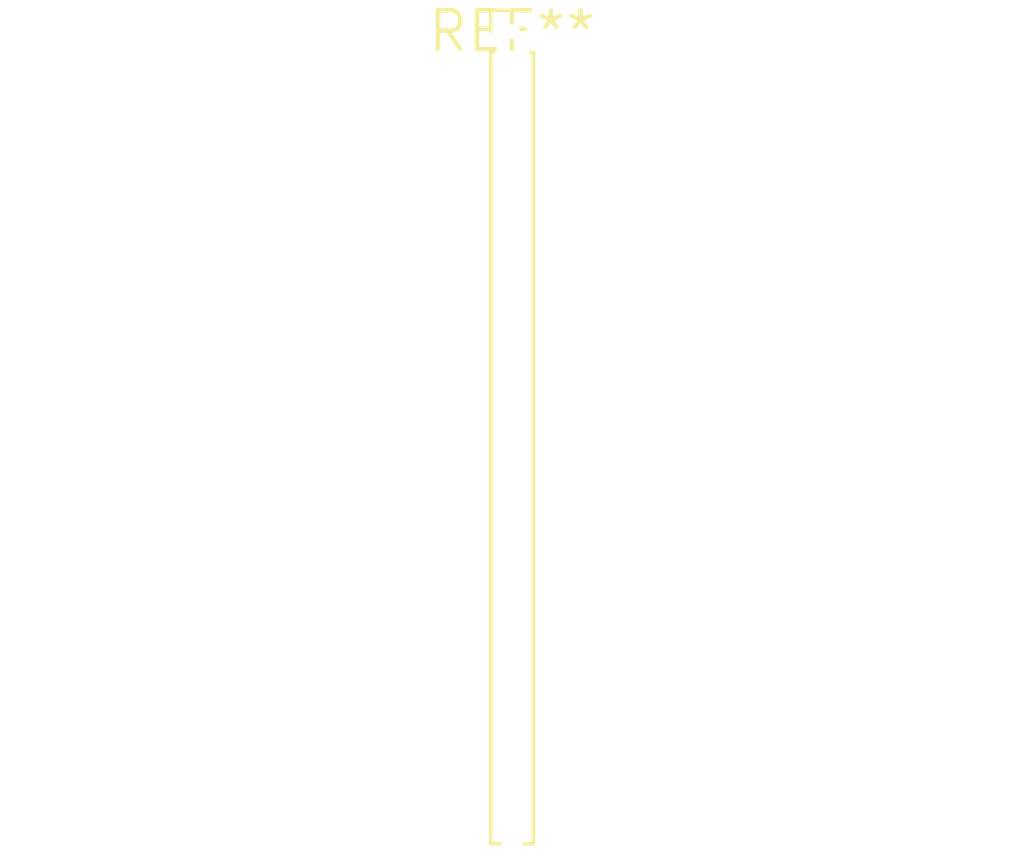
<source format=kicad_pcb>
(kicad_pcb (version 20240108) (generator pcbnew)
  (layers (0 "F.Cu" signal) (31 "B.Cu" signal) (34 "B.Paste" user) (35 "F.Paste" user) (36 "B.SilkS" user "B.Silkscreen") (37 "F.SilkS" user "F.Silkscreen") (38 "B.Mask" user) (39 "F.Mask" user) (44 "Edge.Cuts" user))
  (net 0 "")
  (footprint "PinHeader_1x27_P1.00mm_Vertical" (layer "F.Cu") (at 0 0)
    (property "Reference" "REF**")
    (property "Value" "PinHeader_1x27_P1.00mm_Vertical")
    (fp_line (start -0.695 -0.685) (end 0 -0.685) (layer "F.SilkS") (stroke (width 0.12)))
    (fp_line (start -0.695 0) (end -0.695 -0.685) (layer "F.SilkS") (stroke (width 0.12)))
    (fp_line (start -0.695 0.685) (end -0.695 26.56) (layer "F.SilkS") (stroke (width 0.12)))
    (fp_line (start -0.695 0.685) (end -0.608276 0.685) (layer "F.SilkS") (stroke (width 0.12)))
    (fp_line (start -0.695 26.56) (end -0.394493 26.56) (layer "F.SilkS") (stroke (width 0.12)))
    (fp_line (start 0.394493 26.56) (end 0.695 26.56) (layer "F.SilkS") (stroke (width 0.12)))
    (fp_line (start 0.608276 0.685) (end 0.695 0.685) (layer "F.SilkS") (stroke (width 0.12)))
    (fp_line (start 0.695 0.685) (end 0.695 26.56) (layer "F.SilkS") (stroke (width 0.12)))
    (pad "1" thru_hole rect (at 0 0) (size 0.85 0.85) (drill 0.5) (layers *.Cu *.Mask) (remove_unused_layers))
    (pad "2" thru_hole oval (at 0 1) (size 0.85 0.85) (drill 0.5) (layers *.Cu *.Mask) (remove_unused_layers))
    (pad "3" thru_hole oval (at 0 2) (size 0.85 0.85) (drill 0.5) (layers *.Cu *.Mask) (remove_unused_layers))
    (pad "4" thru_hole oval (at 0 3) (size 0.85 0.85) (drill 0.5) (layers *.Cu *.Mask) (remove_unused_layers))
    (pad "5" thru_hole oval (at 0 4) (size 0.85 0.85) (drill 0.5) (layers *.Cu *.Mask) (remove_unused_layers))
    (pad "6" thru_hole oval (at 0 5) (size 0.85 0.85) (drill 0.5) (layers *.Cu *.Mask) (remove_unused_layers))
    (pad "7" thru_hole oval (at 0 6) (size 0.85 0.85) (drill 0.5) (layers *.Cu *.Mask) (remove_unused_layers))
    (pad "8" thru_hole oval (at 0 7) (size 0.85 0.85) (drill 0.5) (layers *.Cu *.Mask) (remove_unused_layers))
    (pad "9" thru_hole oval (at 0 8) (size 0.85 0.85) (drill 0.5) (layers *.Cu *.Mask) (remove_unused_layers))
    (pad "10" thru_hole oval (at 0 9) (size 0.85 0.85) (drill 0.5) (layers *.Cu *.Mask) (remove_unused_layers))
    (pad "11" thru_hole oval (at 0 10) (size 0.85 0.85) (drill 0.5) (layers *.Cu *.Mask) (remove_unused_layers))
    (pad "12" thru_hole oval (at 0 11) (size 0.85 0.85) (drill 0.5) (layers *.Cu *.Mask) (remove_unused_layers))
    (pad "13" thru_hole oval (at 0 12) (size 0.85 0.85) (drill 0.5) (layers *.Cu *.Mask) (remove_unused_layers))
    (pad "14" thru_hole oval (at 0 13) (size 0.85 0.85) (drill 0.5) (layers *.Cu *.Mask) (remove_unused_layers))
    (pad "15" thru_hole oval (at 0 14) (size 0.85 0.85) (drill 0.5) (layers *.Cu *.Mask) (remove_unused_layers))
    (pad "16" thru_hole oval (at 0 15) (size 0.85 0.85) (drill 0.5) (layers *.Cu *.Mask) (remove_unused_layers))
    (pad "17" thru_hole oval (at 0 16) (size 0.85 0.85) (drill 0.5) (layers *.Cu *.Mask) (remove_unused_layers))
    (pad "18" thru_hole oval (at 0 17) (size 0.85 0.85) (drill 0.5) (layers *.Cu *.Mask) (remove_unused_layers))
    (pad "19" thru_hole oval (at 0 18) (size 0.85 0.85) (drill 0.5) (layers *.Cu *.Mask) (remove_unused_layers))
    (pad "20" thru_hole oval (at 0 19) (size 0.85 0.85) (drill 0.5) (layers *.Cu *.Mask) (remove_unused_layers))
    (pad "21" thru_hole oval (at 0 20) (size 0.85 0.85) (drill 0.5) (layers *.Cu *.Mask) (remove_unused_layers))
    (pad "22" thru_hole oval (at 0 21) (size 0.85 0.85) (drill 0.5) (layers *.Cu *.Mask) (remove_unused_layers))
    (pad "23" thru_hole oval (at 0 22) (size 0.85 0.85) (drill 0.5) (layers *.Cu *.Mask) (remove_unused_layers))
    (pad "24" thru_hole oval (at 0 23) (size 0.85 0.85) (drill 0.5) (layers *.Cu *.Mask) (remove_unused_layers))
    (pad "25" thru_hole oval (at 0 24) (size 0.85 0.85) (drill 0.5) (layers *.Cu *.Mask) (remove_unused_layers))
    (pad "26" thru_hole oval (at 0 25) (size 0.85 0.85) (drill 0.5) (layers *.Cu *.Mask) (remove_unused_layers))
    (pad "27" thru_hole oval (at 0 26) (size 0.85 0.85) (drill 0.5) (layers *.Cu *.Mask) (remove_unused_layers))
  )
)
</source>
